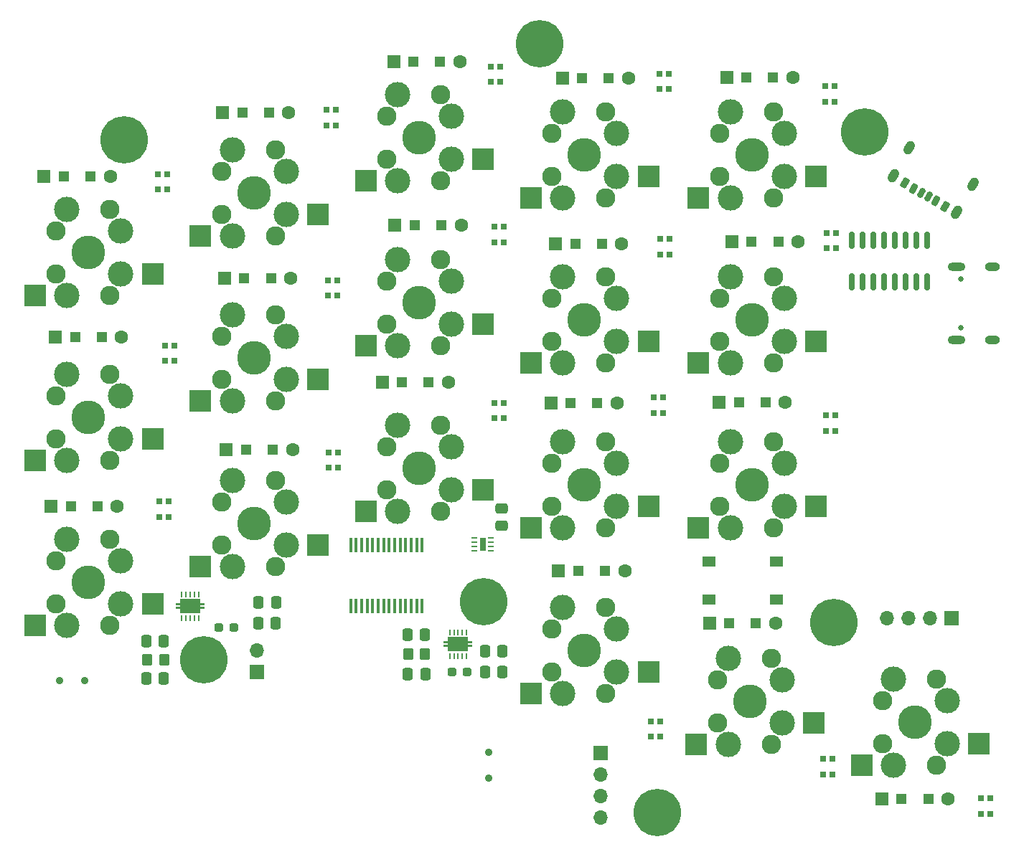
<source format=gbr>
%TF.GenerationSoftware,KiCad,Pcbnew,8.0.2*%
%TF.CreationDate,2025-01-19T21:46:12+07:00*%
%TF.ProjectId,sudi-keyboard,73756469-2d6b-4657-9962-6f6172642e6b,1*%
%TF.SameCoordinates,Original*%
%TF.FileFunction,Soldermask,Bot*%
%TF.FilePolarity,Negative*%
%FSLAX46Y46*%
G04 Gerber Fmt 4.6, Leading zero omitted, Abs format (unit mm)*
G04 Created by KiCad (PCBNEW 8.0.2) date 2025-01-19 21:46:12*
%MOMM*%
%LPD*%
G01*
G04 APERTURE LIST*
G04 Aperture macros list*
%AMRoundRect*
0 Rectangle with rounded corners*
0 $1 Rounding radius*
0 $2 $3 $4 $5 $6 $7 $8 $9 X,Y pos of 4 corners*
0 Add a 4 corners polygon primitive as box body*
4,1,4,$2,$3,$4,$5,$6,$7,$8,$9,$2,$3,0*
0 Add four circle primitives for the rounded corners*
1,1,$1+$1,$2,$3*
1,1,$1+$1,$4,$5*
1,1,$1+$1,$6,$7*
1,1,$1+$1,$8,$9*
0 Add four rect primitives between the rounded corners*
20,1,$1+$1,$2,$3,$4,$5,0*
20,1,$1+$1,$4,$5,$6,$7,0*
20,1,$1+$1,$6,$7,$8,$9,0*
20,1,$1+$1,$8,$9,$2,$3,0*%
%AMHorizOval*
0 Thick line with rounded ends*
0 $1 width*
0 $2 $3 position (X,Y) of the first rounded end (center of the circle)*
0 $4 $5 position (X,Y) of the second rounded end (center of the circle)*
0 Add line between two ends*
20,1,$1,$2,$3,$4,$5,0*
0 Add two circle primitives to create the rounded ends*
1,1,$1,$2,$3*
1,1,$1,$4,$5*%
%AMFreePoly0*
4,1,21,-0.125000,1.200000,0.125000,1.200000,0.125000,1.700000,0.375000,1.700000,0.375000,1.200000,0.825000,1.200000,0.825000,-1.200000,0.375000,-1.200000,0.375000,-1.700000,0.125000,-1.700000,0.125000,-1.200000,-0.125000,-1.200000,-0.125000,-1.700000,-0.375000,-1.700000,-0.375000,-1.200000,-0.825000,-1.200000,-0.825000,1.200000,-0.375000,1.200000,-0.375000,1.700000,-0.125000,1.700000,
-0.125000,1.200000,-0.125000,1.200000,$1*%
G04 Aperture macros list end*
%ADD10C,0.900000*%
%ADD11C,3.000000*%
%ADD12C,3.987800*%
%ADD13R,2.550000X2.500000*%
%ADD14C,2.286000*%
%ADD15HorizOval,1.100000X0.150000X0.259808X-0.150000X-0.259808X0*%
%ADD16R,0.700000X0.700000*%
%ADD17R,1.600000X1.600000*%
%ADD18R,1.200000X1.200000*%
%ADD19C,1.600000*%
%ADD20C,5.600000*%
%ADD21C,0.650000*%
%ADD22O,2.100000X1.000000*%
%ADD23O,1.800000X1.000000*%
%ADD24R,1.700000X1.700000*%
%ADD25O,1.700000X1.700000*%
%ADD26RoundRect,0.250000X0.337500X0.475000X-0.337500X0.475000X-0.337500X-0.475000X0.337500X-0.475000X0*%
%ADD27RoundRect,0.150000X-0.150000X0.825000X-0.150000X-0.825000X0.150000X-0.825000X0.150000X0.825000X0*%
%ADD28R,1.550000X1.300000*%
%ADD29RoundRect,0.250000X0.475000X-0.337500X0.475000X0.337500X-0.475000X0.337500X-0.475000X-0.337500X0*%
%ADD30RoundRect,0.060000X0.060000X-0.240000X0.060000X0.240000X-0.060000X0.240000X-0.060000X-0.240000X0*%
%ADD31FreePoly0,90.000000*%
%ADD32RoundRect,0.237500X0.287500X0.237500X-0.287500X0.237500X-0.287500X-0.237500X0.287500X-0.237500X0*%
%ADD33RoundRect,0.250000X0.350000X0.450000X-0.350000X0.450000X-0.350000X-0.450000X0.350000X-0.450000X0*%
%ADD34R,0.450000X1.750000*%
%ADD35RoundRect,0.175000X-0.364054X-0.280561X-0.060946X-0.455561X0.364054X0.280561X0.060946X0.455561X0*%
%ADD36RoundRect,0.190000X0.369545X0.260070X0.040455X0.450070X-0.369545X-0.260070X-0.040455X-0.450070X0*%
%ADD37RoundRect,0.200000X0.373205X0.246410X0.026795X0.446410X-0.373205X-0.246410X-0.026795X-0.446410X0*%
%ADD38RoundRect,0.175000X0.364054X0.280561X0.060946X0.455561X-0.364054X-0.280561X-0.060946X-0.455561X0*%
%ADD39RoundRect,0.190000X-0.369545X-0.260070X-0.040455X-0.450070X0.369545X0.260070X0.040455X0.450070X0*%
%ADD40RoundRect,0.200000X-0.373205X-0.246410X-0.026795X-0.446410X0.373205X0.246410X0.026795X0.446410X0*%
%ADD41HorizOval,1.100000X-0.150000X-0.259808X0.150000X0.259808X0*%
%ADD42RoundRect,0.062500X0.287500X0.062500X-0.287500X0.062500X-0.287500X-0.062500X0.287500X-0.062500X0*%
%ADD43R,0.800000X1.600000*%
G04 APERTURE END LIST*
D10*
%TO.C,SW4*%
X119150000Y-125680000D03*
X122150000Y-125680000D03*
%TD*%
D11*
%TO.C,K16*%
X178550000Y-117030000D03*
X178550000Y-127190000D03*
D12*
X181090000Y-122110000D03*
D11*
X184900000Y-119570000D03*
X184900000Y-124650000D03*
D13*
X174800000Y-127190000D03*
D14*
X177280000Y-119570000D03*
X177280000Y-124650000D03*
X183630000Y-117030000D03*
X183630000Y-127190000D03*
D13*
X188650000Y-124650000D03*
%TD*%
D15*
%TO.C,J1*%
X225043730Y-70423220D03*
X226943730Y-67132324D03*
X217561270Y-66103220D03*
X219461270Y-62812324D03*
%TD*%
D16*
%TO.C,D17*%
X132049723Y-106366144D03*
X130949725Y-106366145D03*
X130949723Y-104536144D03*
X132049724Y-104536145D03*
%TD*%
D17*
%TO.C,D26*%
X197900000Y-54450000D03*
D18*
X200225000Y-54450000D03*
X203375000Y-54450000D03*
D19*
X205700000Y-54450000D03*
%TD*%
D11*
%TO.C,K9*%
X159050000Y-95530000D03*
X159050000Y-105690000D03*
D12*
X161590000Y-100610000D03*
D11*
X165400000Y-98070000D03*
X165400000Y-103150000D03*
D13*
X155300000Y-105690000D03*
D14*
X157780000Y-98070000D03*
X157780000Y-103150000D03*
X164130000Y-95530000D03*
X164130000Y-105690000D03*
D13*
X169150000Y-103150000D03*
%TD*%
D20*
%TO.C,H2*%
X169200000Y-116350000D03*
%TD*%
%TO.C,H1*%
X210550000Y-118850000D03*
%TD*%
D16*
%TO.C,D18*%
X171549723Y-94716144D03*
X170449725Y-94716145D03*
X170449723Y-92886144D03*
X171549724Y-92886145D03*
%TD*%
D20*
%TO.C,H5*%
X214200000Y-60900000D03*
%TD*%
D11*
%TO.C,K8*%
X159050000Y-76030000D03*
X159050000Y-86190000D03*
D12*
X161590000Y-81110000D03*
D11*
X165400000Y-78570000D03*
X165400000Y-83650000D03*
D13*
X155300000Y-86190000D03*
D14*
X157780000Y-78570000D03*
X157780000Y-83650000D03*
X164130000Y-76030000D03*
X164130000Y-86190000D03*
D13*
X169150000Y-83650000D03*
%TD*%
D11*
%TO.C,K18*%
X217550000Y-125530000D03*
X217550000Y-135690000D03*
D12*
X220090000Y-130610000D03*
D11*
X223900000Y-128070000D03*
X223900000Y-133150000D03*
D13*
X213800000Y-135690000D03*
D14*
X216280000Y-128070000D03*
X216280000Y-133150000D03*
X222630000Y-125530000D03*
X222630000Y-135690000D03*
D13*
X227650000Y-133150000D03*
%TD*%
D11*
%TO.C,K12*%
X178550000Y-97530000D03*
X178550000Y-107690000D03*
D12*
X181090000Y-102610000D03*
D11*
X184900000Y-100070000D03*
X184900000Y-105150000D03*
D13*
X174800000Y-107690000D03*
D14*
X177280000Y-100070000D03*
X177280000Y-105150000D03*
X183630000Y-97530000D03*
X183630000Y-107690000D03*
D13*
X188650000Y-105150000D03*
%TD*%
D20*
%TO.C,H3*%
X136190000Y-123210000D03*
%TD*%
D11*
%TO.C,K14*%
X198300000Y-78030000D03*
X198300000Y-88190000D03*
D12*
X200840000Y-83110000D03*
D11*
X204650000Y-80570000D03*
X204650000Y-85650000D03*
D13*
X194550000Y-88190000D03*
D14*
X197030000Y-80570000D03*
X197030000Y-85650000D03*
X203380000Y-78030000D03*
X203380000Y-88190000D03*
D13*
X208400000Y-85650000D03*
%TD*%
D17*
%TO.C,D33*%
X178050000Y-112750000D03*
D18*
X180375000Y-112750000D03*
X183525000Y-112750000D03*
D19*
X185850000Y-112750000D03*
%TD*%
D16*
%TO.C,D25*%
X190049723Y-132316145D03*
X188949725Y-132316145D03*
X188949724Y-130486144D03*
X190049724Y-130486145D03*
%TD*%
D11*
%TO.C,K7*%
X159050000Y-56530000D03*
X159050000Y-66690000D03*
D12*
X161590000Y-61610000D03*
D11*
X165400000Y-59070000D03*
X165400000Y-64150000D03*
D13*
X155300000Y-66690000D03*
D14*
X157780000Y-59070000D03*
X157780000Y-64150000D03*
X164130000Y-56530000D03*
X164130000Y-66690000D03*
D13*
X169150000Y-64150000D03*
%TD*%
D17*
%TO.C,D2*%
X118690000Y-85110000D03*
D18*
X121015000Y-85110000D03*
X124165000Y-85110000D03*
D19*
X126490000Y-85110000D03*
%TD*%
D11*
%TO.C,K6*%
X139550000Y-102030000D03*
X139550000Y-112190000D03*
D12*
X142090000Y-107110000D03*
D11*
X145900000Y-104570000D03*
X145900000Y-109650000D03*
D13*
X135800000Y-112190000D03*
D14*
X138280000Y-104570000D03*
X138280000Y-109650000D03*
X144630000Y-102030000D03*
X144630000Y-112190000D03*
D13*
X149650000Y-109650000D03*
%TD*%
D11*
%TO.C,K5*%
X139550000Y-82530000D03*
X139550000Y-92690000D03*
D12*
X142090000Y-87610000D03*
D11*
X145900000Y-85070000D03*
X145900000Y-90150000D03*
D13*
X135800000Y-92690000D03*
D14*
X138280000Y-85070000D03*
X138280000Y-90150000D03*
X144630000Y-82530000D03*
X144630000Y-92690000D03*
D13*
X149650000Y-90150000D03*
%TD*%
D17*
%TO.C,D21*%
X177700000Y-74100000D03*
D18*
X180025000Y-74100000D03*
X183175000Y-74100000D03*
D19*
X185500000Y-74100000D03*
%TD*%
D11*
%TO.C,K2*%
X120050000Y-89530000D03*
X120050000Y-99690000D03*
D12*
X122590000Y-94610000D03*
D11*
X126400000Y-92070000D03*
X126400000Y-97150000D03*
D13*
X116300000Y-99690000D03*
D14*
X118780000Y-92070000D03*
X118780000Y-97150000D03*
X125130000Y-89530000D03*
X125130000Y-99690000D03*
D13*
X130150000Y-97150000D03*
%TD*%
D11*
%TO.C,K10*%
X178550000Y-58530000D03*
X178550000Y-68690000D03*
D12*
X181090000Y-63610000D03*
D11*
X184900000Y-61070000D03*
X184900000Y-66150000D03*
D13*
X174800000Y-68690000D03*
D14*
X177280000Y-61070000D03*
X177280000Y-66150000D03*
X183630000Y-58530000D03*
X183630000Y-68690000D03*
D13*
X188650000Y-66150000D03*
%TD*%
D16*
%TO.C,D8*%
X131899723Y-67716145D03*
X130799725Y-67716145D03*
X130799724Y-65886144D03*
X131899724Y-65886145D03*
%TD*%
%TO.C,D36*%
X152049723Y-100566145D03*
X150949725Y-100566145D03*
X150949724Y-98736144D03*
X152049724Y-98736145D03*
%TD*%
%TO.C,D29*%
X151899723Y-80266145D03*
X150799725Y-80266145D03*
X150799724Y-78436144D03*
X151899724Y-78436145D03*
%TD*%
%TO.C,D31*%
X210349723Y-136766145D03*
X209249725Y-136766145D03*
X209249724Y-134936144D03*
X210349724Y-134936145D03*
%TD*%
D11*
%TO.C,K13*%
X198300000Y-58530000D03*
X198300000Y-68690000D03*
D12*
X200840000Y-63610000D03*
D11*
X204650000Y-61070000D03*
X204650000Y-66150000D03*
D13*
X194550000Y-68690000D03*
D14*
X197030000Y-61070000D03*
X197030000Y-66150000D03*
X203380000Y-58530000D03*
X203380000Y-68690000D03*
D13*
X208400000Y-66150000D03*
%TD*%
D21*
%TO.C,P1*%
X225535000Y-84050000D03*
X225535001Y-78270000D03*
D22*
X225035000Y-85480002D03*
D23*
X229215000Y-85480001D03*
D22*
X225034998Y-76840000D03*
D23*
X229215000Y-76840000D03*
%TD*%
D17*
%TO.C,D34*%
X195850000Y-118950000D03*
D18*
X198175000Y-118950000D03*
X201325000Y-118950000D03*
D19*
X203650000Y-118950000D03*
%TD*%
D11*
%TO.C,K3*%
X120050000Y-109030000D03*
X120050000Y-119190000D03*
D12*
X122590000Y-114110000D03*
D11*
X126400000Y-111570000D03*
X126400000Y-116650000D03*
D13*
X116300000Y-119190000D03*
D14*
X118780000Y-111570000D03*
X118780000Y-116650000D03*
X125130000Y-109030000D03*
X125130000Y-119190000D03*
D13*
X130150000Y-116650000D03*
%TD*%
D11*
%TO.C,K15*%
X198300000Y-97530000D03*
X198300000Y-107690000D03*
D12*
X200840000Y-102610000D03*
D11*
X204650000Y-100070000D03*
X204650000Y-105150000D03*
D13*
X194550000Y-107690000D03*
D14*
X197030000Y-100070000D03*
X197030000Y-105150000D03*
X203380000Y-97530000D03*
X203380000Y-107690000D03*
D13*
X208400000Y-105150000D03*
%TD*%
D17*
%TO.C,D14*%
X158600000Y-52650000D03*
D18*
X160925000Y-52650000D03*
X164075000Y-52650000D03*
D19*
X166400000Y-52650000D03*
%TD*%
D17*
%TO.C,D7*%
X138850000Y-98400000D03*
D18*
X141175000Y-98400000D03*
X144325000Y-98400000D03*
D19*
X146650000Y-98400000D03*
%TD*%
D16*
%TO.C,D9*%
X171199723Y-55016145D03*
X170099725Y-55016145D03*
X170099724Y-53186144D03*
X171199724Y-53186145D03*
%TD*%
D17*
%TO.C,D1*%
X117350000Y-66150000D03*
D18*
X119675000Y-66150000D03*
X122825000Y-66150000D03*
D19*
X125150000Y-66150000D03*
%TD*%
D17*
%TO.C,D20*%
X178500000Y-54600000D03*
D18*
X180825000Y-54600000D03*
X183975000Y-54600000D03*
D19*
X186300000Y-54600000D03*
%TD*%
D16*
%TO.C,D38*%
X228949723Y-141416145D03*
X227849725Y-141416145D03*
X227849724Y-139586144D03*
X228949724Y-139586145D03*
%TD*%
D11*
%TO.C,K17*%
X198050000Y-123030000D03*
X198050000Y-133190000D03*
D12*
X200590000Y-128110000D03*
D11*
X204400000Y-125570000D03*
X204400000Y-130650000D03*
D13*
X194300000Y-133190000D03*
D14*
X196780000Y-125570000D03*
X196780000Y-130650000D03*
X203130000Y-123030000D03*
X203130000Y-133190000D03*
D13*
X208150000Y-130650000D03*
%TD*%
D17*
%TO.C,D15*%
X158750000Y-71900000D03*
D18*
X161075000Y-71900000D03*
X164225000Y-71900000D03*
D19*
X166550000Y-71900000D03*
%TD*%
D20*
%TO.C,H4*%
X126790000Y-61860000D03*
%TD*%
D16*
%TO.C,D10*%
X210599723Y-57366144D03*
X209499725Y-57366145D03*
X209499723Y-55536144D03*
X210599724Y-55536145D03*
%TD*%
%TO.C,D24*%
X191049723Y-55866145D03*
X189949725Y-55866145D03*
X189949724Y-54036144D03*
X191049724Y-54036145D03*
%TD*%
D17*
%TO.C,D5*%
X138400000Y-58650000D03*
D18*
X140725000Y-58650000D03*
X143875000Y-58650000D03*
D19*
X146200000Y-58650000D03*
%TD*%
D16*
%TO.C,D19*%
X210699723Y-96216145D03*
X209599725Y-96216145D03*
X209599724Y-94386144D03*
X210699724Y-94386145D03*
%TD*%
D11*
%TO.C,K4*%
X139550000Y-63030000D03*
X139550000Y-73190000D03*
D12*
X142090000Y-68110000D03*
D11*
X145900000Y-65570000D03*
X145900000Y-70650000D03*
D13*
X135800000Y-73190000D03*
D14*
X138280000Y-65570000D03*
X138280000Y-70650000D03*
X144630000Y-63030000D03*
X144630000Y-73190000D03*
D13*
X149650000Y-70650000D03*
%TD*%
D16*
%TO.C,D30*%
X191099723Y-75366145D03*
X189999725Y-75366145D03*
X189999724Y-73536144D03*
X191099724Y-73536145D03*
%TD*%
D10*
%TO.C,SW3*%
X169770000Y-134200000D03*
X169770000Y-137200000D03*
%TD*%
D17*
%TO.C,D27*%
X198500000Y-73850000D03*
D18*
X200825000Y-73850000D03*
X203975000Y-73850000D03*
D19*
X206300000Y-73850000D03*
%TD*%
D16*
%TO.C,D23*%
X151749723Y-60166144D03*
X150649725Y-60166145D03*
X150649723Y-58336144D03*
X151749724Y-58336145D03*
%TD*%
D17*
%TO.C,D3*%
X118190000Y-105110000D03*
D18*
X120515000Y-105110000D03*
X123665000Y-105110000D03*
D19*
X125990000Y-105110000D03*
%TD*%
D16*
%TO.C,D13*%
X210749723Y-74666145D03*
X209649725Y-74666145D03*
X209649724Y-72836144D03*
X210749724Y-72836145D03*
%TD*%
D17*
%TO.C,D16*%
X157250000Y-90450000D03*
D18*
X159575000Y-90450000D03*
X162725000Y-90450000D03*
D19*
X165050000Y-90450000D03*
%TD*%
D11*
%TO.C,K11*%
X178550000Y-78030000D03*
X178550000Y-88190000D03*
D12*
X181090000Y-83110000D03*
D11*
X184900000Y-80570000D03*
X184900000Y-85650000D03*
D13*
X174800000Y-88190000D03*
D14*
X177280000Y-80570000D03*
X177280000Y-85650000D03*
X183630000Y-78030000D03*
X183630000Y-88190000D03*
D13*
X188650000Y-85650000D03*
%TD*%
D24*
%TO.C,J3*%
X224400000Y-118300000D03*
D25*
X221859998Y-118300001D03*
X219320000Y-118300000D03*
X216780000Y-118300000D03*
%TD*%
D11*
%TO.C,K1*%
X120050000Y-70030000D03*
X120050000Y-80190000D03*
D12*
X122590000Y-75110000D03*
D11*
X126400000Y-72570000D03*
X126400000Y-77650000D03*
D13*
X116300000Y-80190000D03*
D14*
X118780000Y-72570000D03*
X118780000Y-77650000D03*
X125130000Y-70030000D03*
X125130000Y-80190000D03*
D13*
X130150000Y-77650000D03*
%TD*%
D20*
%TO.C,H7*%
X175790000Y-50510000D03*
%TD*%
D17*
%TO.C,D35*%
X216200000Y-139650000D03*
D18*
X218525000Y-139650000D03*
X221675000Y-139650000D03*
D19*
X224000000Y-139650000D03*
%TD*%
D16*
%TO.C,D37*%
X190399723Y-94116145D03*
X189299725Y-94116145D03*
X189299724Y-92286144D03*
X190399724Y-92286145D03*
%TD*%
%TO.C,D12*%
X171599723Y-73966145D03*
X170499725Y-73966145D03*
X170499724Y-72136144D03*
X171599724Y-72136145D03*
%TD*%
D20*
%TO.C,H6*%
X189690000Y-141310000D03*
%TD*%
D17*
%TO.C,D22*%
X177150000Y-92960000D03*
D18*
X179475000Y-92960000D03*
X182625000Y-92960000D03*
D19*
X184950000Y-92960000D03*
%TD*%
D24*
%TO.C,J2*%
X183050000Y-134250000D03*
D25*
X183050001Y-136790002D03*
X183050000Y-139330000D03*
X183050000Y-141870000D03*
%TD*%
D26*
%TO.C,C17*%
X144687500Y-118890000D03*
X142612500Y-118890000D03*
%TD*%
D27*
%TO.C,U4*%
X212605000Y-73675000D03*
X213875001Y-73674998D03*
X215144998Y-73675002D03*
X216415000Y-73675000D03*
X217685000Y-73675000D03*
X218955001Y-73675000D03*
X220225001Y-73674999D03*
X221495000Y-73675000D03*
X221495000Y-78625000D03*
X220224999Y-78625002D03*
X218955002Y-78624998D03*
X217685000Y-78625000D03*
X216415000Y-78625000D03*
X215144999Y-78625000D03*
X213874999Y-78625001D03*
X212605000Y-78625000D03*
%TD*%
D28*
%TO.C,SW1*%
X195775000Y-116100000D03*
X203725000Y-116100000D03*
X195775000Y-111600000D03*
X203725000Y-111600000D03*
%TD*%
D29*
%TO.C,C56*%
X171300000Y-107437500D03*
X171300000Y-105362500D03*
%TD*%
D16*
%TO.C,D11*%
X132743871Y-87961529D03*
X131643873Y-87961531D03*
X131643875Y-86131531D03*
X132743873Y-86131529D03*
%TD*%
D26*
%TO.C,C13*%
X171437500Y-124650000D03*
X169362500Y-124650000D03*
%TD*%
%TO.C,C14*%
X131487500Y-125400001D03*
X129412500Y-125400001D03*
%TD*%
D17*
%TO.C,D28*%
X197000000Y-92850000D03*
D18*
X199325000Y-92850000D03*
X202475000Y-92850000D03*
D19*
X204800000Y-92850000D03*
%TD*%
D30*
%TO.C,U6*%
X167200000Y-122789999D03*
X166700003Y-122789999D03*
X166200000Y-122789999D03*
X165699997Y-122789999D03*
X165200000Y-122789999D03*
X165200000Y-119989999D03*
X165699997Y-119989999D03*
X166200000Y-119989999D03*
X166700003Y-119989999D03*
X167200000Y-119989999D03*
D31*
X166200000Y-121389999D03*
%TD*%
D32*
%TO.C,L1*%
X167225000Y-124689999D03*
X165475000Y-124689999D03*
%TD*%
D33*
%TO.C,R16*%
X131500000Y-123250000D03*
X129500000Y-123250000D03*
%TD*%
D26*
%TO.C,C11*%
X162287501Y-120250000D03*
X160212501Y-120250000D03*
%TD*%
%TO.C,C12*%
X171437500Y-122200001D03*
X169362500Y-122200001D03*
%TD*%
D24*
%TO.C,J4*%
X142450000Y-124700000D03*
D25*
X142449999Y-122159997D03*
%TD*%
D26*
%TO.C,C16*%
X144707499Y-116500000D03*
X142632499Y-116500000D03*
%TD*%
%TO.C,C15*%
X131487500Y-121000000D03*
X129412500Y-121000000D03*
%TD*%
D33*
%TO.C,R13*%
X162282380Y-122584947D03*
X160282380Y-122584947D03*
%TD*%
D34*
%TO.C,U8*%
X153515001Y-109660000D03*
X154165001Y-109660000D03*
X154815000Y-109660001D03*
X155465000Y-109659999D03*
X156115000Y-109659999D03*
X156765000Y-109660000D03*
X157415000Y-109660000D03*
X158065000Y-109660000D03*
X158715001Y-109660000D03*
X159365000Y-109660000D03*
X160015000Y-109660001D03*
X160664999Y-109659999D03*
X161315001Y-109660001D03*
X161965000Y-109660001D03*
X161964999Y-116860000D03*
X161314999Y-116860000D03*
X160665000Y-116859999D03*
X160015000Y-116860001D03*
X159365000Y-116860001D03*
X158715000Y-116860000D03*
X158065000Y-116860000D03*
X157415000Y-116860000D03*
X156764999Y-116860000D03*
X156115000Y-116860000D03*
X155465000Y-116859999D03*
X154815001Y-116860001D03*
X154164999Y-116859999D03*
X153515000Y-116859999D03*
%TD*%
D17*
%TO.C,D6*%
X138650000Y-78200000D03*
D18*
X140975000Y-78200000D03*
X144125000Y-78200000D03*
D19*
X146450000Y-78200000D03*
%TD*%
D30*
%TO.C,U9*%
X135600000Y-118300000D03*
X135100000Y-118300000D03*
X134600000Y-118300000D03*
X134099999Y-118300000D03*
X133600000Y-118300000D03*
X133600000Y-115500000D03*
X134100000Y-115500000D03*
X134600000Y-115500000D03*
X135100001Y-115500000D03*
X135600000Y-115500000D03*
D31*
X134600000Y-116900000D03*
%TD*%
D35*
%TO.C,J5*%
X220829488Y-68082504D03*
D36*
X222578860Y-69092504D03*
D37*
X223644069Y-69707504D03*
D38*
X221695513Y-68582505D03*
D39*
X219946141Y-67572503D03*
D40*
X218880930Y-66957505D03*
D41*
X219461270Y-62812323D03*
X217561269Y-66103222D03*
X226943731Y-67132324D03*
X225043730Y-70423223D03*
%TD*%
D42*
%TO.C,U10*%
X170100000Y-108850000D03*
X170100000Y-109350000D03*
X170100000Y-109850000D03*
X170100000Y-110350000D03*
X168100000Y-110350000D03*
X168100000Y-109850000D03*
X168100000Y-109350000D03*
X168100000Y-108850000D03*
D43*
X169100000Y-109600000D03*
%TD*%
D26*
%TO.C,C4*%
X162337500Y-124950000D03*
X160262500Y-124950000D03*
%TD*%
D32*
%TO.C,L2*%
X139725000Y-119450000D03*
X137975000Y-119450000D03*
%TD*%
M02*

</source>
